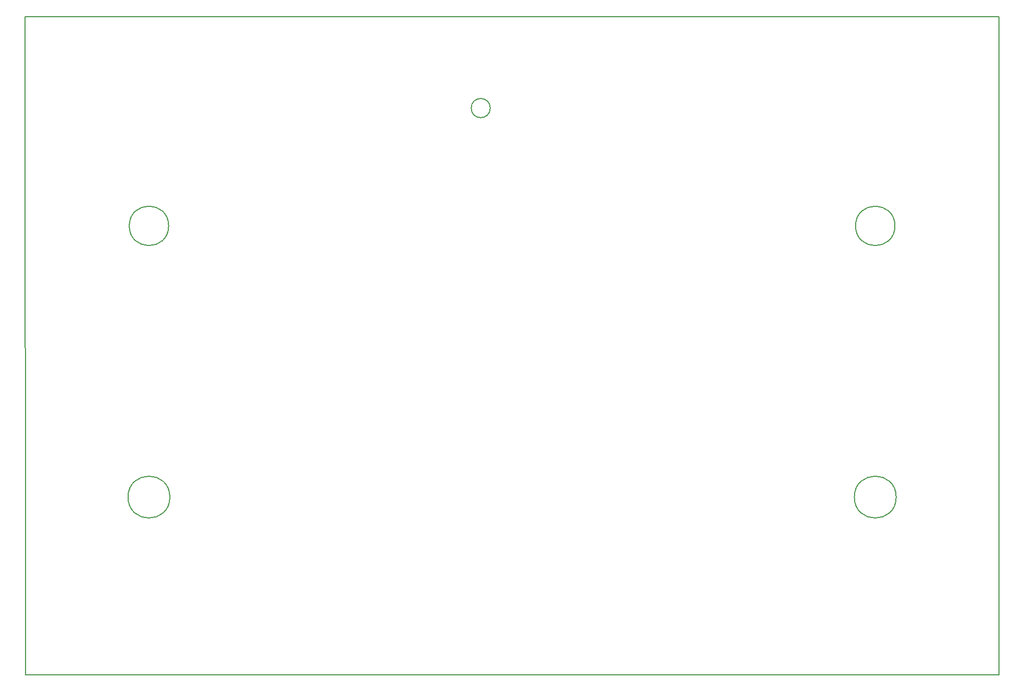
<source format=gtp>
G04 #@! TF.GenerationSoftware,KiCad,Pcbnew,(5.1.5)-3*
G04 #@! TF.CreationDate,2020-04-28T11:43:09+02:00*
G04 #@! TF.ProjectId,carecasetesterpogo,63617265-6361-4736-9574-657374657270,rev?*
G04 #@! TF.SameCoordinates,Original*
G04 #@! TF.FileFunction,Paste,Top*
G04 #@! TF.FilePolarity,Positive*
%FSLAX46Y46*%
G04 Gerber Fmt 4.6, Leading zero omitted, Abs format (unit mm)*
G04 Created by KiCad (PCBNEW (5.1.5)-3) date 2020-04-28 11:43:09*
%MOMM*%
%LPD*%
G04 APERTURE LIST*
%ADD10C,0.200000*%
G04 APERTURE END LIST*
D10*
X235310000Y-63480000D02*
X235290000Y-170410000D01*
X77070000Y-63480000D02*
X235310000Y-63480000D01*
X77150000Y-170400000D02*
X77070000Y-63480000D01*
X77150000Y-170400000D02*
X235290000Y-170410000D01*
X152660000Y-78311679D02*
G75*
G03X152660000Y-78311679I-1550000J0D01*
G01*
X100610000Y-141520000D02*
G75*
G03X100610000Y-141520000I-3400000J0D01*
G01*
X218610000Y-141520000D02*
G75*
G03X218610000Y-141520000I-3400000J0D01*
G01*
X218410000Y-97450000D02*
G75*
G03X218410000Y-97450000I-3200000J0D01*
G01*
X100410000Y-97450000D02*
G75*
G03X100410000Y-97450000I-3200000J0D01*
G01*
M02*

</source>
